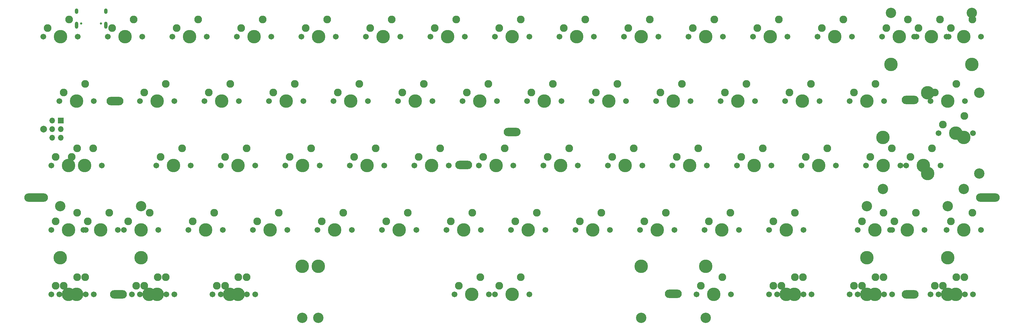
<source format=gbr>
G04 #@! TF.GenerationSoftware,KiCad,Pcbnew,(5.99.0-10216-g675444a646)*
G04 #@! TF.CreationDate,2021-04-25T23:19:06+08:00*
G04 #@! TF.ProjectId,plain60-flex-edition,706c6169-6e36-4302-9d66-6c65782d6564,rev?*
G04 #@! TF.SameCoordinates,Original*
G04 #@! TF.FileFunction,Soldermask,Top*
G04 #@! TF.FilePolarity,Negative*
%FSLAX46Y46*%
G04 Gerber Fmt 4.6, Leading zero omitted, Abs format (unit mm)*
G04 Created by KiCad (PCBNEW (5.99.0-10216-g675444a646)) date 2021-04-25 23:19:06*
%MOMM*%
%LPD*%
G01*
G04 APERTURE LIST*
%ADD10C,2.286000*%
%ADD11C,1.701800*%
%ADD12C,3.987800*%
%ADD13C,3.048000*%
%ADD14O,7.000000X2.500000*%
%ADD15O,5.000000X2.500000*%
%ADD16C,2.000000*%
%ADD17C,0.650000*%
%ADD18O,1.000000X2.100000*%
%ADD19O,1.000000X1.600000*%
%ADD20R,1.700000X1.700000*%
%ADD21O,1.700000X1.700000*%
G04 APERTURE END LIST*
D10*
X78740000Y-23495000D03*
X72390000Y-26035000D03*
D11*
X71120000Y-28575000D03*
X81280000Y-28575000D03*
D12*
X76200000Y-28575000D03*
D10*
X97790000Y-23495000D03*
X91440000Y-26035000D03*
D11*
X90170000Y-28575000D03*
X100330000Y-28575000D03*
D12*
X95250000Y-28575000D03*
D10*
X154940000Y-23495000D03*
X148590000Y-26035000D03*
D11*
X157480000Y-28575000D03*
X147320000Y-28575000D03*
D12*
X152400000Y-28575000D03*
D10*
X173990000Y-23495000D03*
X167640000Y-26035000D03*
D12*
X171450000Y-28575000D03*
D11*
X176530000Y-28575000D03*
X166370000Y-28575000D03*
D10*
X40640000Y-23495000D03*
X34290000Y-26035000D03*
D12*
X38100000Y-28575000D03*
D11*
X33020000Y-28575000D03*
X43180000Y-28575000D03*
D10*
X135890000Y-23495000D03*
X129540000Y-26035000D03*
D11*
X128270000Y-28575000D03*
X138430000Y-28575000D03*
D12*
X133350000Y-28575000D03*
D10*
X116840000Y-23495000D03*
X110490000Y-26035000D03*
D12*
X114300000Y-28575000D03*
D11*
X109220000Y-28575000D03*
X119380000Y-28575000D03*
D10*
X59690000Y-23495000D03*
X53340000Y-26035000D03*
D11*
X52070000Y-28575000D03*
X62230000Y-28575000D03*
D12*
X57150000Y-28575000D03*
D10*
X16827500Y-23495000D03*
X10477500Y-26035000D03*
D12*
X14287500Y-28575000D03*
D11*
X9207500Y-28575000D03*
X19367500Y-28575000D03*
D13*
X254762000Y-2540000D03*
D12*
X266700000Y-9525000D03*
D13*
X278638000Y-2540000D03*
D11*
X261620000Y-9525000D03*
D12*
X278638000Y-17780000D03*
X254762000Y-17780000D03*
D11*
X271780000Y-9525000D03*
D10*
X269240000Y-4445000D03*
X262890000Y-6985000D03*
X145415000Y-4445000D03*
X139065000Y-6985000D03*
D11*
X147955000Y-9525000D03*
X137795000Y-9525000D03*
D12*
X142875000Y-9525000D03*
D10*
X183515000Y-4445000D03*
X177165000Y-6985000D03*
D11*
X186055000Y-9525000D03*
X175895000Y-9525000D03*
D12*
X180975000Y-9525000D03*
D10*
X259715000Y-4445000D03*
X253365000Y-6985000D03*
D12*
X257175000Y-9525000D03*
D11*
X252095000Y-9525000D03*
X262255000Y-9525000D03*
D10*
X88265000Y-4445000D03*
X81915000Y-6985000D03*
D11*
X80645000Y-9525000D03*
D12*
X85725000Y-9525000D03*
D11*
X90805000Y-9525000D03*
D10*
X240665000Y-4445000D03*
X234315000Y-6985000D03*
D11*
X233045000Y-9525000D03*
D12*
X238125000Y-9525000D03*
D11*
X243205000Y-9525000D03*
D10*
X221615000Y-4445000D03*
X215265000Y-6985000D03*
D12*
X219075000Y-9525000D03*
D11*
X224155000Y-9525000D03*
X213995000Y-9525000D03*
D10*
X202565000Y-4445000D03*
X196215000Y-6985000D03*
D11*
X205105000Y-9525000D03*
D12*
X200025000Y-9525000D03*
D11*
X194945000Y-9525000D03*
D10*
X164465000Y-4445000D03*
X158115000Y-6985000D03*
D11*
X167005000Y-9525000D03*
X156845000Y-9525000D03*
D12*
X161925000Y-9525000D03*
D10*
X126365000Y-4445000D03*
X120015000Y-6985000D03*
D11*
X128905000Y-9525000D03*
D12*
X123825000Y-9525000D03*
D11*
X118745000Y-9525000D03*
D10*
X107315000Y-4445000D03*
X100965000Y-6985000D03*
D12*
X104775000Y-9525000D03*
D11*
X99695000Y-9525000D03*
X109855000Y-9525000D03*
D10*
X69215000Y-4445000D03*
X62865000Y-6985000D03*
D11*
X71755000Y-9525000D03*
D12*
X66675000Y-9525000D03*
D11*
X61595000Y-9525000D03*
D10*
X31115000Y-4445000D03*
X24765000Y-6985000D03*
D11*
X33655000Y-9525000D03*
X23495000Y-9525000D03*
D12*
X28575000Y-9525000D03*
D10*
X12065000Y-4445000D03*
X5715000Y-6985000D03*
D12*
X9525000Y-9525000D03*
D11*
X4445000Y-9525000D03*
X14605000Y-9525000D03*
D10*
X50165000Y-4445000D03*
X43815000Y-6985000D03*
D12*
X47625000Y-9525000D03*
D11*
X42545000Y-9525000D03*
X52705000Y-9525000D03*
D10*
X40640000Y-80645000D03*
X34290000Y-83185000D03*
D11*
X43180000Y-85725000D03*
D12*
X38100000Y-85725000D03*
D11*
X33020000Y-85725000D03*
D10*
X204946250Y-80645000D03*
X198596250Y-83185000D03*
D11*
X197326250Y-85725000D03*
D12*
X202406250Y-85725000D03*
D11*
X207486250Y-85725000D03*
D10*
X150177500Y-61595000D03*
X143827500Y-64135000D03*
D11*
X152717500Y-66675000D03*
X142557500Y-66675000D03*
D12*
X147637500Y-66675000D03*
D10*
X252571460Y-61595056D03*
X246221460Y-64135056D03*
D11*
X244951460Y-66675056D03*
X255111460Y-66675056D03*
D12*
X250031460Y-66675056D03*
D10*
X14446250Y-42545000D03*
X8096250Y-45085000D03*
D11*
X16986250Y-47625000D03*
X6826250Y-47625000D03*
D12*
X11906250Y-47625000D03*
D10*
X226377500Y-61595000D03*
X220027500Y-64135000D03*
D12*
X223837500Y-66675000D03*
D11*
X228917500Y-66675000D03*
X218757500Y-66675000D03*
D10*
X169227500Y-61595000D03*
X162877500Y-64135000D03*
D11*
X171767500Y-66675000D03*
D12*
X166687500Y-66675000D03*
D11*
X161607500Y-66675000D03*
D10*
X207327500Y-61595000D03*
X200977500Y-64135000D03*
D11*
X209867500Y-66675000D03*
D12*
X204787500Y-66675000D03*
D11*
X199707500Y-66675000D03*
D10*
X131127500Y-61595000D03*
X124777500Y-64135000D03*
D11*
X123507500Y-66675000D03*
D12*
X128587500Y-66675000D03*
D11*
X133667500Y-66675000D03*
D10*
X188277500Y-61595000D03*
X181927500Y-64135000D03*
D11*
X190817500Y-66675000D03*
D12*
X185737500Y-66675000D03*
D11*
X180657500Y-66675000D03*
D10*
X16827500Y-80645000D03*
X10477500Y-83185000D03*
D11*
X19367500Y-85725000D03*
X9207500Y-85725000D03*
D12*
X14287500Y-85725000D03*
D10*
X14446250Y-61595000D03*
X8096250Y-64135000D03*
D11*
X6826250Y-66675000D03*
X16986250Y-66675000D03*
D12*
X11906250Y-66675000D03*
D10*
X278765000Y-4445000D03*
X272415000Y-6985000D03*
D12*
X276225000Y-9525000D03*
D11*
X271145000Y-9525000D03*
X281305000Y-9525000D03*
D10*
X276383750Y-80645072D03*
X270033750Y-83185072D03*
D11*
X268763750Y-85725072D03*
X278923750Y-85725072D03*
D12*
X273843750Y-85725072D03*
D10*
X252571250Y-80645000D03*
X246221250Y-83185000D03*
D11*
X255111250Y-85725000D03*
D12*
X250031250Y-85725000D03*
D11*
X244951250Y-85725000D03*
D10*
X250190000Y-23495000D03*
X243840000Y-26035000D03*
D11*
X252730000Y-28575000D03*
X242570000Y-28575000D03*
D12*
X247650000Y-28575000D03*
D10*
X54927500Y-61595000D03*
X48577500Y-64135000D03*
D11*
X47307500Y-66675000D03*
D12*
X52387500Y-66675000D03*
D11*
X57467500Y-66675000D03*
D10*
X193040000Y-23495000D03*
X186690000Y-26035000D03*
D11*
X195580000Y-28575000D03*
D12*
X190500000Y-28575000D03*
D11*
X185420000Y-28575000D03*
D10*
X121602500Y-42545000D03*
X115252500Y-45085000D03*
D11*
X124142500Y-47625000D03*
D12*
X119062500Y-47625000D03*
D11*
X113982500Y-47625000D03*
D10*
X64452500Y-42545000D03*
X58102500Y-45085000D03*
D11*
X66992500Y-47625000D03*
X56832500Y-47625000D03*
D12*
X61912500Y-47625000D03*
D10*
X62071250Y-80645000D03*
X55721250Y-83185000D03*
D11*
X54451250Y-85725000D03*
X64611250Y-85725000D03*
D12*
X59531250Y-85725000D03*
D13*
X252380750Y-54610000D03*
D12*
X276256750Y-39370000D03*
D13*
X276256750Y-54610000D03*
D12*
X252380750Y-39370000D03*
D10*
X266858750Y-42545000D03*
X260508750Y-45085000D03*
D11*
X269398750Y-47625000D03*
D12*
X264318750Y-47625000D03*
D11*
X259238750Y-47625000D03*
D10*
X228758750Y-80645000D03*
X222408750Y-83185000D03*
D11*
X231298750Y-85725000D03*
X221138750Y-85725000D03*
D12*
X226218750Y-85725000D03*
D10*
X278765000Y-61595000D03*
X272415000Y-64135000D03*
D11*
X271145000Y-66675000D03*
D12*
X276225000Y-66675000D03*
D11*
X281305000Y-66675000D03*
D10*
X178752500Y-42545000D03*
X172402500Y-45085000D03*
D11*
X171132500Y-47625000D03*
X181292500Y-47625000D03*
D12*
X176212500Y-47625000D03*
D10*
X14446250Y-80645000D03*
X8096250Y-83185000D03*
D11*
X16986250Y-85725000D03*
D12*
X11906250Y-85725000D03*
D11*
X6826250Y-85725000D03*
D10*
X274002500Y-23495000D03*
X267652500Y-26035000D03*
D12*
X271462500Y-28575000D03*
D11*
X266382500Y-28575000D03*
X276542500Y-28575000D03*
D10*
X231140000Y-23495000D03*
X224790000Y-26035000D03*
D11*
X223520000Y-28575000D03*
X233680000Y-28575000D03*
D12*
X228600000Y-28575000D03*
D10*
X64452500Y-80645000D03*
X58102500Y-83185000D03*
D11*
X56832500Y-85725000D03*
D12*
X61912500Y-85725000D03*
D11*
X66992500Y-85725000D03*
D10*
X93027500Y-61595000D03*
X86677500Y-64135000D03*
D11*
X85407500Y-66675000D03*
X95567500Y-66675000D03*
D12*
X90487500Y-66675000D03*
D10*
X83502500Y-42545000D03*
X77152500Y-45085000D03*
D11*
X86042500Y-47625000D03*
X75882500Y-47625000D03*
D12*
X80962500Y-47625000D03*
D10*
X35877500Y-61595000D03*
X29527500Y-64135000D03*
D12*
X33337500Y-66675000D03*
D11*
X38417500Y-66675000D03*
X28257500Y-66675000D03*
D10*
X254952500Y-42545000D03*
X248602500Y-45085000D03*
D12*
X252412500Y-47625000D03*
D11*
X257492500Y-47625000D03*
X247332500Y-47625000D03*
D10*
X159702500Y-42545000D03*
X153352500Y-45085000D03*
D12*
X157162500Y-47625000D03*
D11*
X162242500Y-47625000D03*
X152082500Y-47625000D03*
D10*
X102552500Y-42545000D03*
X96202500Y-45085000D03*
D11*
X94932500Y-47625000D03*
D12*
X100012500Y-47625000D03*
D11*
X105092500Y-47625000D03*
D10*
X45402500Y-42545000D03*
X39052500Y-45085000D03*
D11*
X47942500Y-47625000D03*
D12*
X42862500Y-47625000D03*
D11*
X37782500Y-47625000D03*
D10*
X197802500Y-42545000D03*
X191452500Y-45085000D03*
D11*
X190182500Y-47625000D03*
D12*
X195262500Y-47625000D03*
D11*
X200342500Y-47625000D03*
D10*
X23971250Y-61595000D03*
X17621250Y-64135000D03*
D13*
X33369250Y-59690000D03*
D12*
X33369250Y-74930000D03*
D13*
X9493250Y-59690000D03*
D11*
X16351250Y-66675000D03*
D12*
X21431250Y-66675000D03*
D11*
X26511250Y-66675000D03*
D12*
X9493250Y-74930000D03*
D10*
X235902500Y-42545000D03*
X229552500Y-45085000D03*
D11*
X228282500Y-47625000D03*
X238442500Y-47625000D03*
D12*
X233362500Y-47625000D03*
D10*
X216852500Y-42545000D03*
X210502500Y-45085000D03*
D12*
X214312500Y-47625000D03*
D11*
X209232500Y-47625000D03*
X219392500Y-47625000D03*
D10*
X212090000Y-23495000D03*
X205740000Y-26035000D03*
D11*
X204470000Y-28575000D03*
D12*
X209550000Y-28575000D03*
D11*
X214630000Y-28575000D03*
D10*
X140652500Y-42545000D03*
X134302500Y-45085000D03*
D11*
X143192500Y-47625000D03*
X133032500Y-47625000D03*
D12*
X138112500Y-47625000D03*
D10*
X19208750Y-42545000D03*
X12858750Y-45085000D03*
D12*
X16668750Y-47625000D03*
D11*
X11588750Y-47625000D03*
X21748750Y-47625000D03*
D10*
X112077500Y-61595000D03*
X105727500Y-64135000D03*
D12*
X109537500Y-66675000D03*
D11*
X114617500Y-66675000D03*
X104457500Y-66675000D03*
D10*
X250190000Y-80645000D03*
X243840000Y-83185000D03*
D11*
X242570000Y-85725000D03*
X252730000Y-85725000D03*
D12*
X247650000Y-85725000D03*
D10*
X38258750Y-80645000D03*
X31908750Y-83185000D03*
D12*
X35718750Y-85725000D03*
D11*
X40798750Y-85725000D03*
X30638750Y-85725000D03*
D10*
X73977500Y-61595000D03*
X67627500Y-64135000D03*
D11*
X66357500Y-66675000D03*
D12*
X71437500Y-66675000D03*
D11*
X76517500Y-66675000D03*
D10*
X226377500Y-80645000D03*
X220027500Y-83185000D03*
D11*
X218757500Y-85725000D03*
X228917500Y-85725000D03*
D12*
X223837500Y-85725000D03*
D10*
X274002728Y-80645072D03*
X267652728Y-83185072D03*
D11*
X276542728Y-85725072D03*
D12*
X271462728Y-85725072D03*
D11*
X266382728Y-85725072D03*
D14*
X2381252Y-57125000D03*
X283368988Y-57125000D03*
D10*
X262096468Y-61595000D03*
X255746468Y-64135000D03*
D12*
X247618468Y-74930000D03*
X271494468Y-74930000D03*
D13*
X271494468Y-59690000D03*
D11*
X264636468Y-66675000D03*
X254476468Y-66675000D03*
D12*
X259556468Y-66675000D03*
D13*
X247618468Y-59690000D03*
X181006750Y-92710000D03*
X80930750Y-92710000D03*
D12*
X181006750Y-77470000D03*
X80930750Y-77470000D03*
D10*
X133508750Y-80645000D03*
X127158750Y-83185000D03*
D11*
X136048750Y-85725000D03*
X125888750Y-85725000D03*
D12*
X130968750Y-85725000D03*
D15*
X26625000Y-85725072D03*
X142875000Y-37750000D03*
X260430000Y-85725072D03*
X260425000Y-28227050D03*
X25600000Y-28575024D03*
X128587608Y-47425040D03*
X190500160Y-85525000D03*
D12*
X85693250Y-77470000D03*
D13*
X85693250Y-92710000D03*
X200056750Y-92710000D03*
D12*
X200056750Y-77470000D03*
D10*
X145415000Y-80645000D03*
X139065000Y-83185000D03*
D11*
X147955000Y-85725000D03*
D12*
X142875000Y-85725000D03*
D11*
X137795000Y-85725000D03*
D10*
X276383980Y-33020000D03*
X270033980Y-35560000D03*
D11*
X268763980Y-38100000D03*
D12*
X273843980Y-38100000D03*
D13*
X280828980Y-26162000D03*
D11*
X278923980Y-38100000D03*
D12*
X265588980Y-26162000D03*
X265588980Y-50038000D03*
D13*
X280828980Y-50038000D03*
D16*
X4524382Y-36909406D03*
D17*
X15678000Y-5630000D03*
X21458000Y-5630000D03*
D18*
X22888000Y-6160000D03*
X14248000Y-6160000D03*
D19*
X22888000Y-1980000D03*
X14248000Y-1980000D03*
D20*
X9604382Y-34369406D03*
D21*
X7064382Y-34369406D03*
X9604382Y-36909406D03*
X7064382Y-36909406D03*
X9604382Y-39449406D03*
X7064382Y-39449406D03*
M02*

</source>
